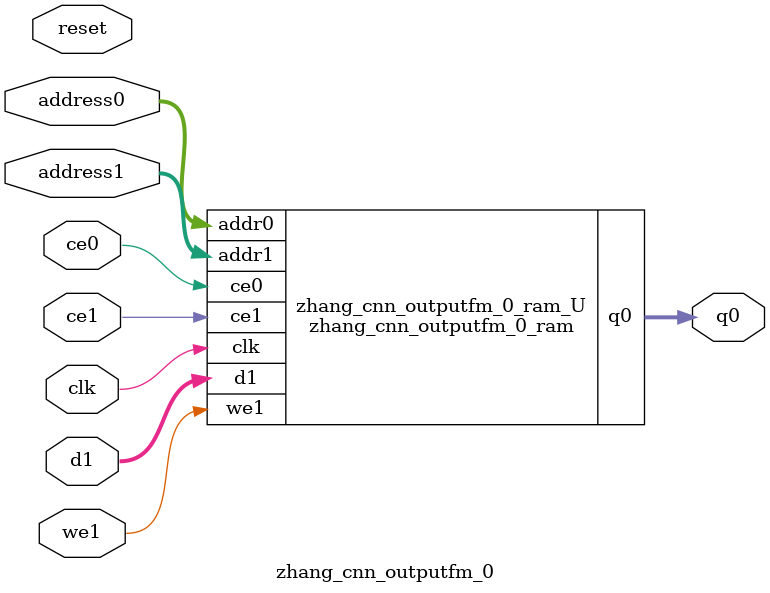
<source format=v>

`timescale 1 ns / 1 ps
module zhang_cnn_outputfm_0_ram (addr0, ce0, q0, addr1, ce1, d1, we1,  clk);

parameter DWIDTH = 32;
parameter AWIDTH = 15;
parameter MEM_SIZE = 16900;

input[AWIDTH-1:0] addr0;
input ce0;
output reg[DWIDTH-1:0] q0;
input[AWIDTH-1:0] addr1;
input ce1;
input[DWIDTH-1:0] d1;
input we1;
input clk;

(* ram_style = "block" *)reg [DWIDTH-1:0] ram[MEM_SIZE-1:0];




always @(posedge clk)  
begin 
    if (ce0) 
    begin
            q0 <= ram[addr0];
    end
end


always @(posedge clk)  
begin 
    if (ce1) 
    begin
        if (we1) 
        begin 
            ram[addr1] <= d1; 
        end 
    end
end


endmodule


`timescale 1 ns / 1 ps
module zhang_cnn_outputfm_0(
    reset,
    clk,
    address0,
    ce0,
    q0,
    address1,
    ce1,
    we1,
    d1);

parameter DataWidth = 32'd32;
parameter AddressRange = 32'd16900;
parameter AddressWidth = 32'd15;
input reset;
input clk;
input[AddressWidth - 1:0] address0;
input ce0;
output[DataWidth - 1:0] q0;
input[AddressWidth - 1:0] address1;
input ce1;
input we1;
input[DataWidth - 1:0] d1;



zhang_cnn_outputfm_0_ram zhang_cnn_outputfm_0_ram_U(
    .clk( clk ),
    .addr0( address0 ),
    .ce0( ce0 ),
    .q0( q0 ),
    .addr1( address1 ),
    .ce1( ce1 ),
    .d1( d1 ),
    .we1( we1 ));

endmodule


</source>
